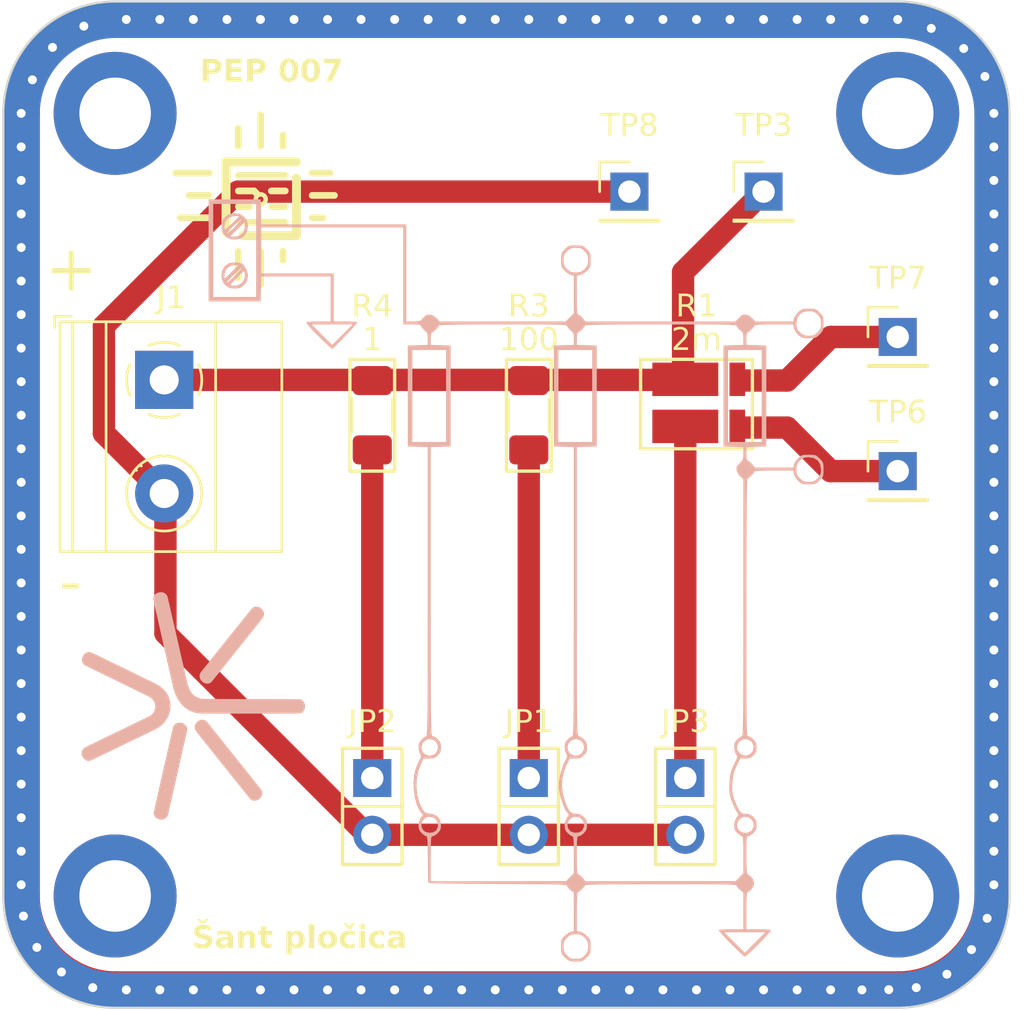
<source format=kicad_pcb>
(kicad_pcb (version 20240108) (generator "pcbnew") (generator_version "8.0")
  (layers (0 "F.Cu" signal) (31 "B.Cu" signal) (34 "B.Paste" user) (35 "F.Paste" user) (36 "B.SilkS" user "B.Silkscreen") (37 "F.SilkS" user "F.Silkscreen") (38 "B.Mask" user) (39 "F.Mask" user) (44 "Edge.Cuts" user))
  (net 0 "")
  (net 1 "Input voltage")
  (net 2 "0")
  (net 3 "Net-(JP1-A)")
  (net 4 "Net-(JP2-A)")
  (net 5 "Net-(JP3-A)")
  (net 6 "Net-(R1-Pad1)")
  (net 7 "Net-(R1-Pad4)")
  (footprint "Connector_PinHeader_2.54mm:PinHeader_1x02_P2.54mm_Vertical" (layer "F.Cu") (at 130.5 134.725)
    (property "Reference" "JP3" (at 0 -2.475 0) (layer "F.SilkS"))
    (property "Value" "Jumper")
    (pad "1" thru_hole rect (at 0 0) (size 1.7 1.7) (drill 1) (layers "*.Cu" "*.Mask") (net 5 "Net-(JP3-A)"))
    (pad "2" thru_hole oval (at 0 2.54) (size 1.7 1.7) (drill 1) (layers "*.Cu" "*.Mask") (net 2 "0"))
  )
  (footprint "WSK12161L000FEA (1):RES_WSK12161L000FEA" (layer "F.Cu") (at 131.1 117.9475 -90)
    (property "Reference" "R1" (at -3.6975 0.1 180) (layer "F.SilkS") (effects (justify bottom)))
    (property "Value" "2m" (at -2.1975 0.1 180) (layer "F.SilkS") (effects (justify bottom)))
    (pad "1" smd rect (at -1.0525 -1.725 270) (size 1.495 0.7) (layers "F.Cu" "F.Paste" "F.Mask") (net 6 "Net-(R1-Pad1)"))
    (pad "2" smd rect (at -1.0525 0.6 270) (size 1.495 2.95) (layers "F.Cu" "F.Paste" "F.Mask") (net 1 "Input voltage"))
    (pad "3" smd rect (at 1.0525 0.6 270) (size 1.495 2.95) (layers "F.Cu" "F.Paste" "F.Mask") (net 5 "Net-(JP3-A)"))
    (pad "4" smd rect (at 1.0525 -1.725 270) (size 1.495 0.7) (layers "F.Cu" "F.Paste" "F.Mask") (net 7 "Net-(R1-Pad4)"))
  )
  (footprint "Connector_PinHeader_2.54mm:PinHeader_1x02_P2.54mm_Vertical" (layer "F.Cu") (at 116.5 134.725)
    (property "Reference" "JP2" (at 0 -2.475 0) (layer "F.SilkS"))
    (property "Value" "Jumper")
    (pad "1" thru_hole rect (at 0 0) (size 1.7 1.7) (drill 1) (layers "*.Cu" "*.Mask") (net 4 "Net-(JP2-A)"))
    (pad "2" thru_hole oval (at 0 2.54) (size 1.7 1.7) (drill 1) (layers "*.Cu" "*.Mask") (net 2 "0"))
  )
  (footprint "Connector_PinHeader_2.54mm:PinHeader_1x01_P2.54mm_Vertical" (layer "F.Cu") (at 140 121)
    (property "Reference" "TP6" (at 0 -2 0) (layer "F.SilkS") (effects (justify bottom)))
    (property "Value" "TestPointShunt")
    (pad "1" thru_hole rect (at 0 0) (size 1.7 1.7) (drill 1) (layers "*.Cu" "*.Mask") (net 7 "Net-(R1-Pad4)"))
  )
  (footprint "Connector_PinHeader_2.54mm:PinHeader_1x01_P2.54mm_Vertical" (layer "F.Cu") (at 140 115)
    (property "Reference" "TP7" (at 0 -2 0) (layer "F.SilkS") (effects (justify bottom)))
    (property "Value" "TestPointShunt")
    (pad "1" thru_hole rect (at 0 0) (size 1.7 1.7) (drill 1) (layers "*.Cu" "*.Mask") (net 6 "Net-(R1-Pad1)"))
  )
  (footprint "Resistor_SMD:R_1206_3216Metric_Pad1.30x1.75mm_HandSolder" (layer "F.Cu") (at 116.5 118.5 -90)
    (property "Reference" "R4" (at -4.25 0 180) (layer "F.SilkS") (effects (justify bottom)))
    (property "Value" "1" (at -2.75 0 180) (layer "F.SilkS") (effects (justify bottom)))
    (pad "1" smd roundrect (at -1.55 0 270) (size 1.3 1.75) (layers "F.Cu" "F.Paste" "F.Mask") (roundrect_rratio 0.192308) (net 1 "Input voltage"))
    (pad "2" smd roundrect (at 1.55 0 270) (size 1.3 1.75) (layers "F.Cu" "F.Paste" "F.Mask") (roundrect_rratio 0.192308) (net 4 "Net-(JP2-A)"))
  )
  (footprint "Resistor_SMD:R_1206_3216Metric_Pad1.30x1.75mm_HandSolder" (layer "F.Cu") (at 123.5 118.5 -90)
    (property "Reference" "R3" (at -4.25 0 180) (layer "F.SilkS") (effects (justify bottom)))
    (property "Value" "100" (at -2.75 0 180) (layer "F.SilkS") (effects (justify bottom)))
    (pad "1" smd roundrect (at -1.55 0 270) (size 1.3 1.75) (layers "F.Cu" "F.Paste" "F.Mask") (roundrect_rratio 0.192308) (net 1 "Input voltage"))
    (pad "2" smd roundrect (at 1.55 0 270) (size 1.3 1.75) (layers "F.Cu" "F.Paste" "F.Mask") (roundrect_rratio 0.192308) (net 3 "Net-(JP1-A)"))
  )
  (footprint "MountingHole:MountingHole_3.2mm_M3_ISO14580_Pad_TopBottom" (layer "F.Cu") (at 140 105)
    (property "Reference" "H3" (hide yes))
    (property "Value" "MountingHole")
    (pad "1" thru_hole circle (at 0 0) (size 3.6 3.6) (drill 3.2) (layers "*.Cu" "*.Mask"))
    (pad "1" connect circle (at 0 0) (size 5.5 5.5) (layers "F.Cu" "F.Mask"))
    (pad "1" connect circle (at 0 0) (size 5.5 5.5) (layers "B.Cu" "B.Mask"))
  )
  (footprint "MountingHole:MountingHole_3.2mm_M3_ISO14580_Pad_TopBottom" (layer "F.Cu") (at 140 140)
    (property "Reference" "H4" (hide yes))
    (property "Value" "MountingHole")
    (pad "1" thru_hole circle (at 0 0) (size 3.6 3.6) (drill 3.2) (layers "*.Cu" "*.Mask"))
    (pad "1" connect circle (at 0 0) (size 5.5 5.5) (layers "F.Cu" "F.Mask"))
    (pad "1" connect circle (at 0 0) (size 5.5 5.5) (layers "B.Cu" "B.Mask"))
  )
  (footprint "Connector_PinHeader_2.54mm:PinHeader_1x02_P2.54mm_Vertical" (layer "F.Cu") (at 123.5 134.725)
    (property "Reference" "JP1" (at 0 -2.475 0) (layer "F.SilkS"))
    (property "Value" "Jumper")
    (pad "1" thru_hole rect (at 0 0) (size 1.7 1.7) (drill 1) (layers "*.Cu" "*.Mask") (net 3 "Net-(JP1-A)"))
    (pad "2" thru_hole oval (at 0 2.54) (size 1.7 1.7) (drill 1) (layers "*.Cu" "*.Mask") (net 2 "0"))
  )
  (footprint "PEP_library:ele_petnica_logo" (layer "F.Cu") (at 111.510611 108.845863)
    (property "Reference" "REF**" (hide yes))
    (property "Value" "ele_petnica_logo" (hide yes))
  )
  (footprint "MountingHole:MountingHole_3.2mm_M3_ISO14580_Pad_TopBottom" (layer "F.Cu") (at 105 105)
    (property "Reference" "H2" (hide yes))
    (property "Value" "MountingHole")
    (pad "1" thru_hole circle (at 0 0) (size 3.6 3.6) (drill 3.2) (layers "*.Cu" "*.Mask"))
    (pad "1" connect circle (at 0 0) (size 5.5 5.5) (layers "F.Cu" "F.Mask"))
    (pad "1" connect circle (at 0 0) (size 5.5 5.5) (layers "B.Cu" "B.Mask"))
  )
  (footprint "TerminalBlock_Phoenix:TerminalBlock_Phoenix_MKDS-1,5-2-5.08_1x02_P5.08mm_Horizontal" (layer "F.Cu") (at 107.195 116.92 -90)
    (property "Reference" "J1" (at -3.04 -0.305 180) (layer "F.SilkS") (effects (justify bottom)))
    (property "Value" "Screw_Terminal_01x02" (hide yes))
    (pad "1" thru_hole rect (at 0 0 270) (size 2.6 2.6) (drill 1.3) (layers "*.Cu" "*.Mask") (net 1 "Input voltage"))
    (pad "2" thru_hole circle (at 5.08 0 270) (size 2.6 2.6) (drill 1.3) (layers "*.Cu" "*.Mask") (net 2 "0"))
  )
  (footprint "MountingHole:MountingHole_3.2mm_M3_ISO14580_Pad_TopBottom" (layer "F.Cu") (at 105 140 -90)
    (property "Reference" "H1" (hide yes))
    (property "Value" "MountingHole")
    (pad "1" thru_hole circle (at 0 0 270) (size 3.6 3.6) (drill 3.2) (layers "*.Cu" "*.Mask"))
    (pad "1" connect circle (at 0 0 270) (size 5.5 5.5) (layers "F.Cu" "F.Mask"))
    (pad "1" connect circle (at 0 0 270) (size 5.5 5.5) (layers "B.Cu" "B.Mask"))
  )
  (footprint "Connector_PinHeader_2.54mm:PinHeader_1x01_P2.54mm_Vertical" (layer "F.Cu") (at 134 108.5)
    (property "Reference" "TP3" (at 0 -2.33 0) (layer "F.SilkS") (effects (justify bottom)))
    (property "Value" "TestPoint+")
    (pad "1" thru_hole rect (at 0 0) (size 1.7 1.7) (drill 1) (layers "*.Cu" "*.Mask") (net 1 "Input voltage"))
  )
  (footprint "Connector_PinHeader_2.54mm:PinHeader_1x01_P2.54mm_Vertical" (layer "F.Cu") (at 128 108.5)
    (property "Reference" "TP8" (at 0 -2.33 0) (layer "F.SilkS") (effects (justify bottom)))
    (property "Value" "TestPoint-")
    (pad "1" thru_hole rect (at 0 0) (size 1.7 1.7) (drill 1) (layers "*.Cu" "*.Mask") (net 2 "0"))
  )
  (footprint "isp:logo2" (layer "B.Cu") (at 108.5 131.5 180)
    (property "Reference" "G***" (hide yes))
    (property "Value" "LOGO" (hide yes))
  )
  (footprint "sema:semica" (layer "B.Cu") (at 123 126 180)
    (property "Reference" "G***" (hide yes))
    (property "Value" "LOGO" (hide yes))
  )
  (gr_arc (start 144.230152 139.969848) (mid 143.000001 142.939698) (end 140.030152 144.169848) (stroke (width 1.6)) (layer "F.Cu") (net 2))
  (gr_arc (start 105.030152 144.169848) (mid 102.060318 142.939682) (end 100.830152 139.969848) (stroke (width 1.6)) (layer "F.Cu") (net 2))
  (gr_line (start 105.030152 144.169848) (end 140.030152 144.169848) (stroke (width 1.6)) (layer "F.Cu") (net 2))
  (gr_line (start 144.230152 139.969848) (end 144.230152 104.969848) (stroke (width 1.6)) (layer "F.Cu") (net 2))
  (gr_line (start 100.830152 104.969848) (end 100.830152 139.969848) (stroke (width 1.6)) (layer "F.Cu") (net 2))
  (gr_arc (start 140.030152 100.769848) (mid 143.000015 101.999985) (end 144.230152 104.969848) (stroke (width 1.6)) (layer "F.Cu") (net 2))
  (gr_line (start 105.030152 100.769848) (end 140.030152 100.769848) (stroke (width 1.6)) (layer "F.Cu") (net 2))
  (gr_arc (start 100.830152 104.969848) (mid 102.060304 102.000002) (end 105.030152 100.769848) (stroke (width 1.6)) (layer "F.Cu") (net 2))
  (gr_line (start 144.230151 140.030151) (end 144.230151 105.030151) (stroke (width 1.6)) (layer "B.Cu") (net 2))
  (gr_arc (start 100.830151 105.030151) (mid 102.060302 102.060302) (end 105.030151 100.830151) (stroke (width 1.6)) (layer "B.Cu") (net 2))
  (gr_arc (start 144.230151 140.030151) (mid 142.999999 142.999999) (end 140.030151 144.230151) (stroke (width 1.6)) (layer "B.Cu") (net 2))
  (gr_arc (start 140.030151 100.830151) (mid 142.999984 102.060318) (end 144.230151 105.030151) (stroke (width 1.6)) (layer "B.Cu") (net 2))
  (gr_line (start 105.030151 100.830151) (end 140.030151 100.830151) (stroke (width 1.6)) (layer "B.Cu") (net 2))
  (gr_line (start 100.830151 105.030151) (end 100.830151 140.030151) (stroke (width 1.6)) (layer "B.Cu") (net 2))
  (gr_arc (start 105.030151 144.230151) (mid 102.060316 142.999985) (end 100.830151 140.030151) (stroke (width 1.6)) (layer "B.Cu") (net 2))
  (gr_line (start 105.030151 144.230151) (end 140.030151 144.230151) (stroke (width 1.6)) (layer "B.Cu") (net 2))
  (gr_rect (start 129.17 133.395) (end 131.83 138.595) (stroke (width 0.15)) (fill none) (layer "F.SilkS"))
  (gr_rect (start 115.5 116) (end 117.5 121) (stroke (width 0.15)) (fill none) (layer "F.SilkS"))
  (gr_rect (start 128.5 116) (end 133.5 120) (stroke (width 0.15)) (fill none) (layer "F.SilkS"))
  (gr_rect (start 122.17 133.395) (end 124.83 138.595) (stroke (width 0.15)) (fill none) (layer "F.SilkS"))
  (gr_rect (start 122.5 116) (end 124.5 121) (stroke (width 0.15)) (fill none) (layer "F.SilkS"))
  (gr_rect (start 115.17 133.395) (end 117.83 138.595) (stroke (width 0.15)) (fill none) (layer "F.SilkS"))
  (gr_line (start 145 140) (end 145 105) (stroke (width 0.1)) (layer "Edge.Cuts"))
  (gr_arc (start 100 105) (mid 101.464466 101.464466) (end 105 100) (stroke (width 0.1)) (layer "Edge.Cuts"))
  (gr_arc (start 140 100) (mid 143.535534 101.464466) (end 145 105) (stroke (width 0.1)) (layer "Edge.Cuts"))
  (gr_line (start 100 105) (end 100 140) (stroke (width 0.1)) (layer "Edge.Cuts"))
  (gr_arc (start 145 140) (mid 143.535534 143.535534) (end 140 145) (stroke (width 0.1)) (layer "Edge.Cuts"))
  (gr_line (start 105 145) (end 140 145) (stroke (width 0.1)) (layer "Edge.Cuts"))
  (gr_arc (start 105 145) (mid 101.464466 143.535534) (end 100 140) (stroke (width 0.1)) (layer "Edge.Cuts"))
  (gr_line (start 140 100) (end 105 100) (stroke (width 0.1)) (layer "Edge.Cuts"))
  (gr_text "Šant pločica" (at 113.25 142.5 0) (layer "F.SilkS") (effects (font (size 1 1) (thickness 0.2) (bold yes)) (justify bottom)))
  (gr_text "-" (at 103 127.25 0) (layer "F.SilkS") (effects (font (size 2 2)) (justify bottom)))
  (gr_text "+" (at 103.035 113.25 0) (layer "F.SilkS") (effects (font (size 2 2)) (justify bottom)))
  (gr_text "PEP 007" (at 112 103.75 0) (layer "F.SilkS") (effects (font (size 1 1) (thickness 0.2) (bold yes)) (justify bottom)))
  (segment (start 123.97 116.92) (end 124 116.95) (width 0.25) (layer "F.Cu") (net 1))
  (segment (start 129.725 116.92) (end 129.725 116.9475) (width 1) (layer "F.Cu") (net 1))
  (segment (start 108 116.92) (end 129.725 116.92) (width 1) (layer "F.Cu") (net 1))
  (segment (start 130.4 112.1) (end 134 108.5) (width 1) (layer "F.Cu") (net 1))
  (segment (start 130.4 116.9475) (end 130.4 112.1) (width 1) (layer "F.Cu") (net 1))
  (segment (start 104.5 119.305) (end 104.5 114.5) (width 1) (layer "F.Cu") (net 2))
  (segment (start 107.195 122) (end 104.5 119.305) (width 1) (layer "F.Cu") (net 2))
  (segment (start 104.5 114.5) (end 110.5 108.5) (width 1) (layer "F.Cu") (net 2))
  (segment (start 107.25 128.25) (end 107.25 122.055) (width 1) (layer "F.Cu") (net 2))
  (segment (start 130.5 137.265) (end 124 137.265) (width 1) (layer "F.Cu") (net 2))
  (segment (start 123.5 137.265) (end 116.5 137.265) (width 1) (layer "F.Cu") (net 2))
  (segment (start 116.5 137.265) (end 116.265 137.265) (width 1) (layer "F.Cu") (net 2))
  (segment (start 110.5 108.5) (end 128 108.5) (width 1) (layer "F.Cu") (net 2))
  (segment (start 107.25 122.055) (end 107.195 122) (width 1) (layer "F.Cu") (net 2))
  (segment (start 116.265 137.265) (end 107.25 128.25) (width 1) (layer "F.Cu") (net 2))
  (via (at 144.3 136.5) (size 0.8) (drill 0.4) (layers "F.Cu" "B.Cu") (net 2))
  (via (at 122 144.2) (size 0.8) (drill 0.4) (layers "F.Cu" "B.Cu") (net 2))
  (via (at 144.3 138) (size 0.8) (drill 0.4) (layers "F.Cu" "B.Cu") (net 2))
  (via (at 144.3 106.5) (size 0.8) (drill 0.4) (layers "F.Cu" "B.Cu") (net 2))
  (via (at 100.8 111) (size 0.8) (drill 0.4) (layers "F.Cu" "B.Cu") (net 2))
  (via (at 100.8 115.5) (size 0.8) (drill 0.4) (layers "F.Cu" "B.Cu") (net 2))
  (via (at 100.8 135) (size 0.8) (drill 0.4) (layers "F.Cu" "B.Cu") (net 2))
  (via (at 116 100.8) (size 0.8) (drill 0.4) (layers "F.Cu" "B.Cu") (net 2))
  (via (at 123.5 100.8) (size 0.8) (drill 0.4) (layers "F.Cu" "B.Cu") (net 2))
  (via (at 100.8 123) (size 0.8) (drill 0.4) (layers "F.Cu" "B.Cu") (net 2))
  (via (at 105.5 144.2) (size 0.8) (drill 0.4) (layers "F.Cu" "B.Cu") (net 2))
  (via (at 103.6 101.1) (size 0.8) (drill 0.4) (layers "F.Cu" "B.Cu") (net 2))
  (via (at 116 144.2) (size 0.8) (drill 0.4) (layers "F.Cu" "B.Cu") (net 2))
  (via (at 100.8 136.5) (size 0.8) (drill 0.4) (layers "F.Cu" "B.Cu") (net 2))
  (via (at 140 100.8) (size 0.8) (drill 0.4) (layers "F.Cu" "B.Cu") (net 2))
  (via (at 101.5 142.3) (size 0.8) (drill 0.4) (layers "F.Cu" "B.Cu") (net 2))
  (via (at 144.3 130.5) (size 0.8) (drill 0.4) (layers "F.Cu" "B.Cu") (net 2))
  (via (at 107 100.8) (size 0.8) (drill 0.4) (layers "F.Cu" "B.Cu") (net 2))
  (via (at 120.5 100.8) (size 0.8) (drill 0.4) (layers "F.Cu" "B.Cu") (net 2))
  (via (at 111.5 100.8) (size 0.8) (drill 0.4) (layers "F.Cu" "B.Cu") (net 2))
  (via (at 105.5 100.8) (size 0.8) (drill 0.4) (layers "F.Cu" "B.Cu") (net 2))
  (via (at 142.2 143.5) (size 0.8) (drill 0.4) (layers "F.Cu" "B.Cu") (net 2))
  (via (at 125 100.8) (size 0.8) (drill 0.4) (layers "F.Cu" "B.Cu") (net 2))
  (via (at 110 144.2) (size 0.8) (drill 0.4) (layers "F.Cu" "B.Cu") (net 2))
  (via (at 143.9 103.35) (size 0.8) (drill 0.4) (layers "F.Cu" "B.Cu") (net 2))
  (via (at 108.5 100.8) (size 0.8) (drill 0.4) (layers "F.Cu" "B.Cu") (net 2))
  (via (at 125 144.2) (size 0.8) (drill 0.4) (layers "F.Cu" "B.Cu") (net 2))
  (via (at 144.3 121.5) (size 0.8) (drill 0.4) (layers "F.Cu" "B.Cu") (net 2))
  (via (at 144.3 112.5) (size 0.8) (drill 0.4) (layers "F.Cu" "B.Cu") (net 2))
  (via (at 100.8 129) (size 0.8) (drill 0.4) (layers "F.Cu" "B.Cu") (net 2))
  (via (at 137 100.8) (size 0.8) (drill 0.4) (layers "F.Cu" "B.Cu") (net 2))
  (via (at 128 100.8) (size 0.8) (drill 0.4) (layers "F.Cu" "B.Cu") (net 2))
  (via (at 102.6 143.4) (size 0.8) (drill 0.4) (layers "F.Cu" "B.Cu") (net 2))
  (via (at 100.8 121.5) (size 0.8) (drill 0.4) (layers "F.Cu" "B.Cu") (net 2))
  (via (at 100.8 105) (size 0.8) (drill 0.4) (layers "F.Cu" "B.Cu") (net 2))
  (via (at 114.5 144.2) (size 0.8) (drill 0.4) (layers "F.Cu" "B.Cu") (net 2))
  (via (at 100.8 114) (size 0.8) (drill 0.4) (layers "F.Cu" "B.Cu") (net 2))
  (via (at 100.8 138) (size 0.8) (drill 0.4) (layers "F.Cu" "B.Cu") (net 2))
  (via (at 139.6 144.19) (size 0.8) (drill 0.4) (layers "F.Cu" "B.Cu") (net 2))
  (via (at 100.8 118.5) (size 0.8) (drill 0.4) (layers "F.Cu" "B.Cu") (net 2))
  (via (at 126.5 100.8) (size 0.8) (drill 0.4) (layers "F.Cu" "B.Cu") (net 2))
  (via (at 137 144.2) (size 0.8) (drill 0.4) (layers "F.Cu" "B.Cu") (net 2))
  (via (at 138.5 100.8) (size 0.8) (drill 0.4) (layers "F.Cu" "B.Cu") (net 2))
  (via (at 141.5 101.2) (size 0.8) (drill 0.4) (layers "F.Cu" "B.Cu") (net 2))
  (via (at 100.8 106.5) (size 0.8) (drill 0.4) (layers "F.Cu" "B.Cu") (net 2))
  (via (at 144.3 105) (size 0.8) (drill 0.4) (layers "F.Cu" "B.Cu") (net 2))
  (via (at 100.8 109.5) (size 0.8) (drill 0.4) (layers "F.Cu" "B.Cu") (net 2))
  (via (at 114.5 100.8) (size 0.8) (drill 0.4) (layers "F.Cu" "B.Cu") (net 2))
  (via (at 100.8 108) (size 0.8) (drill 0.4) (layers "F.Cu" "B.Cu") (net 2))
  (via (at 144.3 139.5) (size 0.8) (drill 0.4) (layers "F.Cu" "B.Cu") (net 2))
  (via (at 102.2 102.05) (size 0.8) (drill 0.4) (layers "F.Cu" "B.Cu") (net 2))
  (via (at 144.3 118.5) (size 0.8) (drill 0.4) (layers "F.Cu" "B.Cu") (net 2))
  (via (at 117.5 144.2) (size 0.8) (drill 0.4) (layers "F.Cu" "B.Cu") (net 2))
  (via (at 117.5 100.8) (size 0.8) (drill 0.4) (layers "F.Cu" "B.Cu") (net 2))
  (via (at 140.83 144.1) (size 0.8) (drill 0.4) (layers "F.Cu" "B.Cu") (net 2))
  (via (at 100.8 120) (size 0.8) (drill 0.4) (layers "F.Cu" "B.Cu") (net 2))
  (via (at 135.5 100.8) (size 0.8) (drill 0.4) (layers "F.Cu" "B.Cu") (net 2))
  (via (at 144.3 127.5) (size 0.8) (drill 0.4) (layers "F.Cu" "B.Cu") (net 2))
  (via (at 144 141) (size 0.8) (drill 0.4) (layers "F.Cu" "B.Cu") (net 2))
  (via (at 123.5 144.2) (size 0.8) (drill 0.4) (layers "F.Cu" "B.Cu") (net 2))
  (via (at 144.3 120) (size 0.8) (drill 0.4) (layers "F.Cu" "B.Cu") (net 2))
  (via (at 129.5 144.2) (size 0.8) (drill 0.4) (layers "F.Cu" "B.Cu") (net 2))
  (via (at 120.5 144.2) (size 0.8) (drill 0.4) (layers "F.Cu" "B.Cu") (net 2))
  (via (at 144.3 109.5) (size 0.8) (drill 0.4) (layers "F.Cu" "B.Cu") (net 2))
  (via (at 129.5 100.8) (size 0.8) (drill 0.4) (layers "F.Cu" "B.Cu") (net 2))
  (via (at 144.3 123) (size 0.8) (drill 0.4) (layers "F.Cu" "B.Cu") (net 2))
  (via (at 144.3 124.5) (size 0.8) (drill 0.4) (layers "F.Cu" "B.Cu") (net 2))
  (via (at 144.3 132) (size 0.8) (drill 0.4) (layers "F.Cu" "B.Cu") (net 2))
  (via (at 144.3 114) (size 0.8) (drill 0.4) (layers "F.Cu" "B.Cu") (net 2))
  (via (at 143.3 142.4) (size 0.8) (drill 0.4) (layers "F.Cu" "B.Cu") (net 2))
  (via (at 100.8 124.5) (size 0.8) (drill 0.4) (layers "F.Cu" "B.Cu") (net 2))
  (via (at 144.3 111) (size 0.8) (drill 0.4) (layers "F.Cu" "B.Cu") (net 2))
  (via (at 119 100.8) (size 0.8) (drill 0.4) (layers "F.Cu" "B.Cu") (net 2))
  (via (at 135.5 144.2) (size 0.8) (drill 0.4) (layers "F.Cu" "B.Cu") (net 2))
  (via (at 110 100.8) (size 0.8) (drill 0.4) (layers "F.Cu" "B.Cu") (net 2))
  (via (at 111.5 144.2) (size 0.8) (drill 0.4) (layers "F.Cu" "B.Cu") (net 2))
  (via (at 134 100.8) (size 0.8) (drill 0.4) (layers "F.Cu" "B.Cu") (net 2))
  (via (at 113 100.8) (size 0.8) (drill 0.4) (layers "F.Cu" "B.Cu") (net 2))
  (via (at 122 100.8) (size 0.8) (drill 0.4) (layers "F.Cu" "B.Cu") (net 2))
  (via (at 119 144.2) (size 0.8) (drill 0.4) (layers "F.Cu" "B.Cu") (net 2))
  (via (at 138.4 144.2) (size 0.8) (drill 0.4) (layers "F.Cu" "B.Cu") (net 2))
  (via (at 144.3 129) (size 0.8) (drill 0.4) (layers "F.Cu" "B.Cu") (net 2))
  (via (at 101.3 103.5) (size 0.8) (drill 0.4) (layers "F.Cu" "B.Cu") (net 2))
  (via (at 132.5 100.8) (size 0.8) (drill 0.4) (layers "F.Cu" "B.Cu") (net 2))
  (via (at 128 144.2) (size 0.8) (drill 0.4) (layers "F.Cu" "B.Cu") (net 2))
  (via (at 144.3 126) (size 0.8) (drill 0.4) (layers "F.Cu" "B.Cu") (net 2))
  (via (at 131 144.2) (size 0.8) (drill 0.4) (layers "F.Cu" "B.Cu") (net 2))
  (via (at 100.8 112.5) (size 0.8) (drill 0.4) (layers "F.Cu" "B.Cu") (net 2))
  (via (at 100.8 126) (size 0.8) (drill 0.4) (layers "F.Cu" "B.Cu") (net 2))
  (via (at 100.8 117) (size 0.8) (drill 0.4) (layers "F.Cu" "B.Cu") (net 2))
  (via (at 100.9 140.9) (size 0.8) (drill 0.4) (layers "F.Cu" "B.Cu") (net 2))
  (via (at 131 100.8) (size 0.8) (drill 0.4) (layers "F.Cu" "B.Cu") (net 2))
  (via (at 144.3 117) (size 0.8) (drill 0.4) (layers "F.Cu" "B.Cu") (net 2))
  (via (at 100.8 139.5) (size 0.8) (drill 0.4) (layers "F.Cu" "B.Cu") (net 2))
  (via (at 132.5 144.2) (size 0.8) (drill 0.4) (layers "F.Cu" "B.Cu") (net 2))
  (via (at 134 144.2) (size 0.8) (drill 0.4) (layers "F.Cu" "B.Cu") (net 2))
  (via (at 100.8 127.5) (size 0.8) (drill 0.4) (layers "F.Cu" "B.Cu") (net 2))
  (via (at 144.3 133.5) (size 0.8) (drill 0.4) (layers "F.Cu" "B.Cu") (net 2))
  (via (at 142.95 102.1) (size 0.8) (drill 0.4) (layers "F.Cu" "B.Cu") (net 2))
  (via (at 144.3 108) (size 0.8) (drill 0.4) (layers "F.Cu" "B.Cu") (net 2))
  (via (at 144.3 115.5) (size 0.8) (drill 0.4) (layers "F.Cu" "B.Cu") (net 2))
  (via (at 107 144.2) (size 0.8) (drill 0.4) (layers "F.Cu" "B.Cu") (net 2))
  (via (at 126.5 144.2) (size 0.8) (drill 0.4) (layers "F.Cu" "B.Cu") (net 2))
  (via (at 100.8 130.5) (size 0.8) (drill 0.4) (layers "F.Cu" "B.Cu") (net 2))
  (via (at 100.8 132) (size 0.8) (drill 0.4) (layers "F.Cu" "B.Cu") (net 2))
  (via (at 108.5 144.2) (size 0.8) (drill 0.4) (layers "F.Cu" "B.Cu") (net 2))
  (via (at 113 144.2) (size 0.8) (drill 0.4) (layers "F.Cu" "B.Cu") (net 2))
  (via (at 144.3 135) (size 0.8) (drill 0.4) (layers "F.Cu" "B.Cu") (net 2))
  (via (at 104 144.1) (size 0.8) (drill 0.4) (layers "F.Cu" "B.Cu") (net 2))
  (via (at 100.8 133.5) (size 0.8) (drill 0.4) (layers "F.Cu" "B.Cu") (net 2))
  (segment (start 123.5 134.725) (end 123.5 120.05) (width 1) (layer "F.Cu") (net 3))
  (segment (start 116.5 134.725) (end 116.5 120.05) (width 1) (layer "F.Cu") (net 4))
  (segment (start 130.5 134.735) (end 130.5 119) (width 1) (layer "F.Cu") (net 5))
  (segment (start 133 116.9475) (end 135.0525 116.9475) (width 1) (layer "F.Cu") (net 6))
  (segment (start 137 115) (end 139.5 115) (width 1) (layer "F.Cu") (net 6))
  (segment (start 135.0525 116.9475) (end 137 115) (width 1) (layer "F.Cu") (net 6))
  (segment (start 133 119.0525) (end 135.0525 119.0525) (width 1) (layer "F.Cu") (net 7))
  (segment (start 137 121) (end 139.5 121) (width 1) (layer "F.Cu") (net 7))
  (segment (start 135.0525 119.0525) (end 137 121) (width 1) (layer "F.Cu") (net 7))
)
</source>
